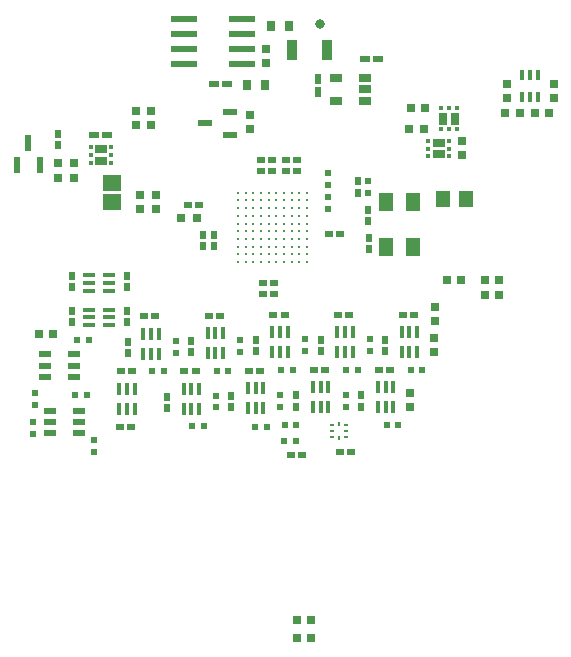
<source format=gbp>
G04 Layer_Color=128*
%FSLAX43Y43*%
%MOMM*%
G71*
G01*
G75*
%ADD11R,0.600X0.900*%
%ADD12R,0.900X0.600*%
%ADD13R,0.650X0.800*%
%ADD14R,0.800X0.650*%
%ADD18R,1.500X1.350*%
%ADD22R,0.550X0.600*%
%ADD24R,0.500X0.650*%
%ADD25R,0.700X0.700*%
%ADD26R,0.600X0.550*%
%ADD33R,0.400X1.000*%
%ADD79C,0.800*%
%ADD80R,1.000X0.400*%
%ADD81R,1.050X0.600*%
%ADD82R,0.650X0.500*%
%ADD83R,0.720X1.050*%
%ADD84R,0.350X0.300*%
%ADD85R,0.700X0.900*%
%ADD86R,1.050X0.720*%
%ADD87R,0.300X0.350*%
%ADD88R,0.950X1.750*%
%ADD89R,1.200X1.350*%
%ADD90R,0.600X1.400*%
%ADD91R,0.350X0.850*%
%ADD92R,1.300X0.600*%
%ADD93R,2.200X0.600*%
%ADD94R,1.050X0.650*%
%ADD95C,0.280*%
%ADD96R,0.400X0.250*%
%ADD97R,0.250X0.400*%
%ADD98R,1.300X1.600*%
D11*
X38850Y91750D02*
D03*
Y90650D02*
D03*
D12*
X20950Y87035D02*
D03*
X19850D02*
D03*
X42850Y93450D02*
D03*
X43950D02*
D03*
X30000Y91400D02*
D03*
X31100D02*
D03*
D13*
X34400Y93100D02*
D03*
Y94300D02*
D03*
X16862Y83435D02*
D03*
Y84635D02*
D03*
X48675Y68650D02*
D03*
Y69850D02*
D03*
X46650Y63975D02*
D03*
Y65175D02*
D03*
X24675Y89050D02*
D03*
Y87850D02*
D03*
X23400Y87850D02*
D03*
Y89050D02*
D03*
X33050Y88738D02*
D03*
Y87537D02*
D03*
X54800Y91400D02*
D03*
Y90200D02*
D03*
X58800Y90200D02*
D03*
Y91400D02*
D03*
X18212Y83435D02*
D03*
Y84635D02*
D03*
X23800Y81975D02*
D03*
Y80775D02*
D03*
X25100Y80775D02*
D03*
Y81975D02*
D03*
X51050Y86525D02*
D03*
Y85325D02*
D03*
X48700Y72488D02*
D03*
Y71287D02*
D03*
D14*
X37075Y44500D02*
D03*
X38275D02*
D03*
X15225Y70225D02*
D03*
X16425D02*
D03*
X58400Y88900D02*
D03*
X57200D02*
D03*
X55900D02*
D03*
X54700D02*
D03*
X53000Y73500D02*
D03*
X54200D02*
D03*
X53000Y74800D02*
D03*
X54200D02*
D03*
X49763D02*
D03*
X50963D02*
D03*
X47775Y87550D02*
D03*
X46575D02*
D03*
X46725Y89300D02*
D03*
X47925D02*
D03*
X37075Y46000D02*
D03*
X38275D02*
D03*
D18*
X21388Y82988D02*
D03*
Y81338D02*
D03*
D22*
X30200Y64975D02*
D03*
Y63975D02*
D03*
X35650Y64025D02*
D03*
Y65025D02*
D03*
X37725Y69750D02*
D03*
Y68750D02*
D03*
X32250Y68675D02*
D03*
Y69675D02*
D03*
X26800Y69625D02*
D03*
Y68625D02*
D03*
X43225Y68750D02*
D03*
Y69750D02*
D03*
X14738Y61750D02*
D03*
Y62750D02*
D03*
X41225Y64025D02*
D03*
Y65025D02*
D03*
X39700Y83800D02*
D03*
Y82800D02*
D03*
Y80800D02*
D03*
Y81800D02*
D03*
X43104Y83134D02*
D03*
Y82134D02*
D03*
X19875Y61237D02*
D03*
Y60237D02*
D03*
X14875Y64213D02*
D03*
Y65213D02*
D03*
D24*
X31475Y64950D02*
D03*
Y64000D02*
D03*
X17975Y71225D02*
D03*
Y72175D02*
D03*
X22700Y72175D02*
D03*
Y71225D02*
D03*
X33550Y69675D02*
D03*
Y68725D02*
D03*
X22712Y69550D02*
D03*
Y68600D02*
D03*
X28075Y69600D02*
D03*
Y68650D02*
D03*
X17975Y74150D02*
D03*
Y75100D02*
D03*
X22625Y75125D02*
D03*
Y74175D02*
D03*
X44500Y69675D02*
D03*
Y68725D02*
D03*
X42475Y65000D02*
D03*
Y64050D02*
D03*
X36975Y65000D02*
D03*
Y64050D02*
D03*
X39050Y69675D02*
D03*
Y68725D02*
D03*
X43135Y77370D02*
D03*
Y78320D02*
D03*
X43093Y80701D02*
D03*
Y79751D02*
D03*
X42204Y83109D02*
D03*
Y82159D02*
D03*
X30000Y78575D02*
D03*
Y77625D02*
D03*
X29125Y78575D02*
D03*
Y77625D02*
D03*
X16862Y86162D02*
D03*
Y87113D02*
D03*
X26025Y64900D02*
D03*
Y63950D02*
D03*
D25*
X27225Y80000D02*
D03*
X28625D02*
D03*
D26*
X29200Y62375D02*
D03*
X28200D02*
D03*
X34513Y62288D02*
D03*
X33513D02*
D03*
X36725Y67150D02*
D03*
X35725D02*
D03*
X25800Y67025D02*
D03*
X24800D02*
D03*
X31250Y67075D02*
D03*
X30250D02*
D03*
X47675Y67150D02*
D03*
X46675D02*
D03*
X19450Y69725D02*
D03*
X18450D02*
D03*
X45650Y62475D02*
D03*
X44650D02*
D03*
X42225Y67150D02*
D03*
X41225D02*
D03*
X19250Y65025D02*
D03*
X18250D02*
D03*
X36000Y62450D02*
D03*
X37000D02*
D03*
X35975Y61175D02*
D03*
X36975D02*
D03*
D33*
X32900Y63925D02*
D03*
X33550D02*
D03*
X34200D02*
D03*
Y65625D02*
D03*
X33550D02*
D03*
X32900D02*
D03*
X34975Y68650D02*
D03*
X35625D02*
D03*
X36275D02*
D03*
Y70350D02*
D03*
X35625D02*
D03*
X34975D02*
D03*
X24050Y68525D02*
D03*
X24700D02*
D03*
X25350D02*
D03*
Y70225D02*
D03*
X24700D02*
D03*
X24050D02*
D03*
X29500Y68575D02*
D03*
X30150D02*
D03*
X30800D02*
D03*
Y70275D02*
D03*
X30150D02*
D03*
X29500D02*
D03*
X45925Y68650D02*
D03*
X46575D02*
D03*
X47225D02*
D03*
Y70350D02*
D03*
X46575D02*
D03*
X45925D02*
D03*
X22000Y63825D02*
D03*
X22650D02*
D03*
X23300D02*
D03*
Y65525D02*
D03*
X22650D02*
D03*
X22000D02*
D03*
X43900Y63975D02*
D03*
X44550D02*
D03*
X45200D02*
D03*
Y65675D02*
D03*
X44550D02*
D03*
X43900D02*
D03*
X38400Y63975D02*
D03*
X39050D02*
D03*
X39700D02*
D03*
Y65675D02*
D03*
X39050D02*
D03*
X38400D02*
D03*
X40475Y68650D02*
D03*
X41125D02*
D03*
X41775D02*
D03*
Y70350D02*
D03*
X41125D02*
D03*
X40475D02*
D03*
X27450Y63875D02*
D03*
X28100D02*
D03*
X28750D02*
D03*
Y65575D02*
D03*
X28100D02*
D03*
X27450D02*
D03*
D79*
X38974Y96441D02*
D03*
D80*
X19450Y72250D02*
D03*
Y71600D02*
D03*
Y70950D02*
D03*
X21150D02*
D03*
Y71600D02*
D03*
Y72250D02*
D03*
X19450Y75175D02*
D03*
Y74525D02*
D03*
Y73875D02*
D03*
X21150D02*
D03*
Y74525D02*
D03*
Y75175D02*
D03*
D81*
X18150Y66575D02*
D03*
Y67525D02*
D03*
Y68475D02*
D03*
X15700D02*
D03*
Y67525D02*
D03*
Y66575D02*
D03*
X18575Y63675D02*
D03*
Y62725D02*
D03*
Y61775D02*
D03*
X16125D02*
D03*
Y62725D02*
D03*
Y63675D02*
D03*
D82*
X27525Y67050D02*
D03*
X28475D02*
D03*
X32975Y67100D02*
D03*
X33925D02*
D03*
X35050Y71825D02*
D03*
X36000D02*
D03*
X24125Y71700D02*
D03*
X25075D02*
D03*
X29575Y71750D02*
D03*
X30525D02*
D03*
X46000Y71825D02*
D03*
X46950D02*
D03*
X23000Y62325D02*
D03*
X22050D02*
D03*
X22175Y67025D02*
D03*
X23125D02*
D03*
X43975Y67150D02*
D03*
X44925D02*
D03*
X38475Y67150D02*
D03*
X39425D02*
D03*
X40550Y71825D02*
D03*
X41500D02*
D03*
X41650Y60175D02*
D03*
X40700D02*
D03*
X37500Y59925D02*
D03*
X36550D02*
D03*
X28800Y81100D02*
D03*
X27850D02*
D03*
X34975Y84900D02*
D03*
X34025D02*
D03*
X34975Y84000D02*
D03*
X34025D02*
D03*
X36125Y84900D02*
D03*
X37075D02*
D03*
X36125Y84000D02*
D03*
X37075D02*
D03*
X39725Y78700D02*
D03*
X40675D02*
D03*
X34150Y74500D02*
D03*
X35100D02*
D03*
X34150Y73600D02*
D03*
X35100D02*
D03*
D83*
X50415Y88425D02*
D03*
X49435Y88425D02*
D03*
D84*
X49275Y87550D02*
D03*
X49925D02*
D03*
X50575D02*
D03*
Y89300D02*
D03*
X49925D02*
D03*
X49275D02*
D03*
D85*
X36350Y96250D02*
D03*
X34850D02*
D03*
X32850Y91300D02*
D03*
X34350D02*
D03*
D86*
X20475Y85850D02*
D03*
X20475Y84870D02*
D03*
X49050Y85400D02*
D03*
X49050Y86380D02*
D03*
D87*
X21350Y84710D02*
D03*
Y85360D02*
D03*
Y86010D02*
D03*
X19600D02*
D03*
Y85360D02*
D03*
Y84710D02*
D03*
X48175Y86540D02*
D03*
Y85890D02*
D03*
Y85240D02*
D03*
X49925D02*
D03*
Y85890D02*
D03*
Y86540D02*
D03*
D88*
X39625Y94250D02*
D03*
X36675D02*
D03*
D89*
X49453Y81606D02*
D03*
X51353D02*
D03*
D90*
X14312Y86400D02*
D03*
X13363Y84500D02*
D03*
X15262D02*
D03*
D91*
X56125Y90275D02*
D03*
X56775D02*
D03*
X57425D02*
D03*
Y92125D02*
D03*
X56775D02*
D03*
X56125D02*
D03*
D92*
X31350Y88975D02*
D03*
Y87075D02*
D03*
X29250Y88025D02*
D03*
D93*
X32375Y96880D02*
D03*
Y95610D02*
D03*
Y94340D02*
D03*
Y93070D02*
D03*
X27525Y96880D02*
D03*
Y95610D02*
D03*
Y94340D02*
D03*
Y93070D02*
D03*
D94*
X42825Y91853D02*
D03*
X42825Y90900D02*
D03*
X42825Y89947D02*
D03*
X40375D02*
D03*
Y91853D02*
D03*
D95*
X37900Y76300D02*
D03*
Y76950D02*
D03*
Y77600D02*
D03*
Y78250D02*
D03*
Y79550D02*
D03*
Y80200D02*
D03*
Y80850D02*
D03*
Y78900D02*
D03*
X37250D02*
D03*
X36600D02*
D03*
X35950D02*
D03*
X35300D02*
D03*
X34650D02*
D03*
X34000D02*
D03*
X33350D02*
D03*
X32700D02*
D03*
X32050D02*
D03*
X37250Y76300D02*
D03*
X36600D02*
D03*
X35950D02*
D03*
X35300D02*
D03*
X34650D02*
D03*
X34000D02*
D03*
X33350D02*
D03*
X32700D02*
D03*
X32050D02*
D03*
X37250Y76950D02*
D03*
X36600D02*
D03*
X35950D02*
D03*
X35300D02*
D03*
X34650D02*
D03*
X34000D02*
D03*
X33350D02*
D03*
X32700D02*
D03*
X32050D02*
D03*
X37250Y77600D02*
D03*
X36600D02*
D03*
X35950D02*
D03*
X35300D02*
D03*
X34650D02*
D03*
X34000D02*
D03*
X33350D02*
D03*
X32700D02*
D03*
X32050D02*
D03*
X37250Y78250D02*
D03*
X36600D02*
D03*
X35950D02*
D03*
X35300D02*
D03*
X34650D02*
D03*
X34000D02*
D03*
X33350D02*
D03*
X32700D02*
D03*
X32050D02*
D03*
X37250Y79550D02*
D03*
X36600D02*
D03*
X35950D02*
D03*
X35300D02*
D03*
X34650D02*
D03*
X34000D02*
D03*
X33350D02*
D03*
X32050D02*
D03*
X37250Y80200D02*
D03*
X36600D02*
D03*
X35950D02*
D03*
X35300D02*
D03*
X34650D02*
D03*
X34000D02*
D03*
X33350D02*
D03*
X32700D02*
D03*
X32050D02*
D03*
X37250Y80850D02*
D03*
X36600D02*
D03*
X35950D02*
D03*
X35300D02*
D03*
X34650D02*
D03*
X34000D02*
D03*
X33350D02*
D03*
X32700D02*
D03*
X32050D02*
D03*
X37900Y81500D02*
D03*
X37250D02*
D03*
X36600D02*
D03*
X35950D02*
D03*
X35300D02*
D03*
X34650D02*
D03*
X34000D02*
D03*
X33350D02*
D03*
X32700D02*
D03*
X32050D02*
D03*
X37900Y82150D02*
D03*
X37250D02*
D03*
X36600D02*
D03*
X35950D02*
D03*
X35300D02*
D03*
X34650D02*
D03*
X34000D02*
D03*
X33350D02*
D03*
X32700D02*
D03*
X32050D02*
D03*
X32700Y79550D02*
D03*
D96*
X41230Y61950D02*
D03*
Y62450D02*
D03*
Y61450D02*
D03*
X40020D02*
D03*
Y62450D02*
D03*
Y61950D02*
D03*
D97*
X40625Y61350D02*
D03*
Y62550D02*
D03*
D98*
X46900Y77550D02*
D03*
Y81350D02*
D03*
X44600D02*
D03*
Y77550D02*
D03*
M02*

</source>
